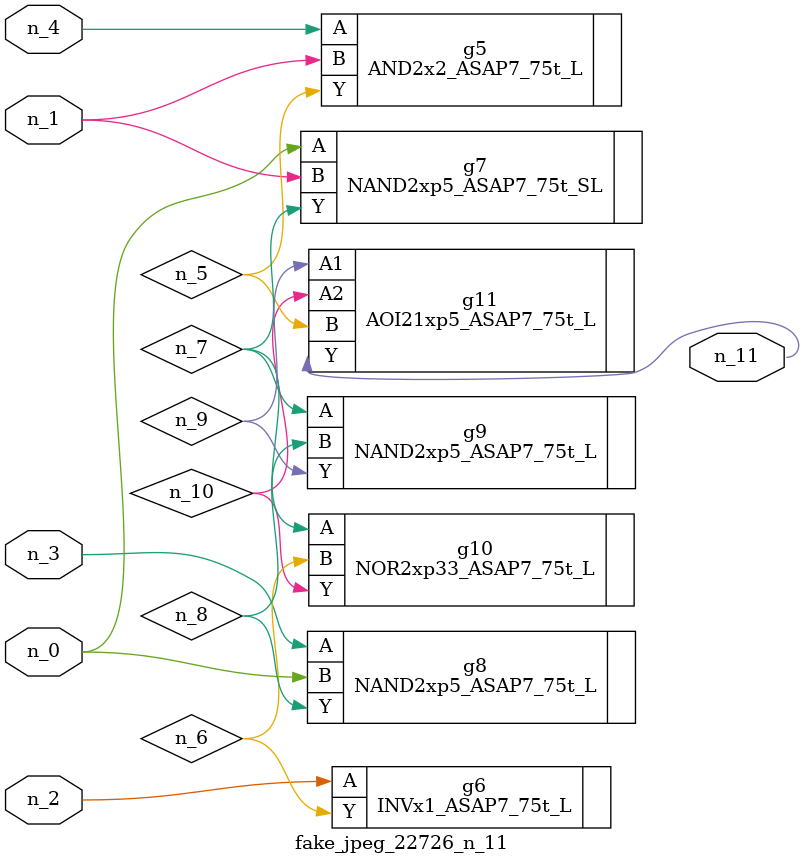
<source format=v>
module fake_jpeg_22726_n_11 (n_3, n_2, n_1, n_0, n_4, n_11);

input n_3;
input n_2;
input n_1;
input n_0;
input n_4;

output n_11;

wire n_10;
wire n_8;
wire n_9;
wire n_6;
wire n_5;
wire n_7;

AND2x2_ASAP7_75t_L g5 ( 
.A(n_4),
.B(n_1),
.Y(n_5)
);

INVx1_ASAP7_75t_L g6 ( 
.A(n_2),
.Y(n_6)
);

NAND2xp5_ASAP7_75t_SL g7 ( 
.A(n_0),
.B(n_1),
.Y(n_7)
);

NAND2xp5_ASAP7_75t_L g8 ( 
.A(n_3),
.B(n_0),
.Y(n_8)
);

NAND2xp5_ASAP7_75t_L g9 ( 
.A(n_7),
.B(n_8),
.Y(n_9)
);

AOI21xp5_ASAP7_75t_L g11 ( 
.A1(n_9),
.A2(n_10),
.B(n_5),
.Y(n_11)
);

NOR2xp33_ASAP7_75t_L g10 ( 
.A(n_7),
.B(n_6),
.Y(n_10)
);


endmodule
</source>
